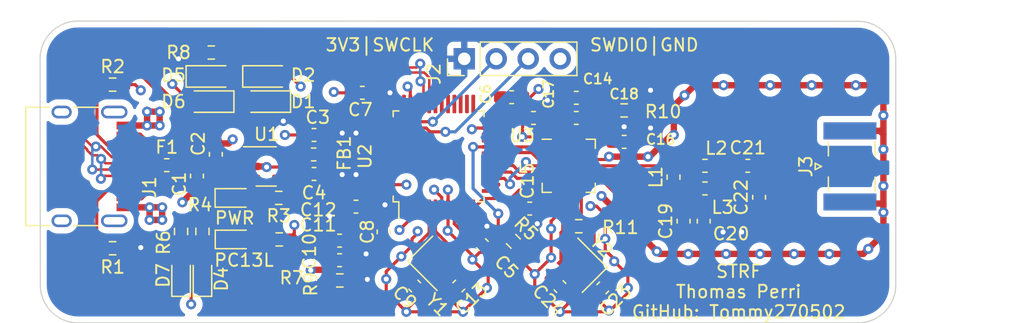
<source format=kicad_pcb>
(kicad_pcb (version 20211014) (generator pcbnew)
  (layers (0 "F.Cu" signal) (1 "In1.Cu" signal) (2 "In2.Cu" signal) (31 "B.Cu" signal) (34 "B.Paste" user) (35 "F.Paste" user) (36 "B.SilkS" user "B.Silkscreen") (37 "F.SilkS" user "F.Silkscreen") (38 "B.Mask" user) (39 "F.Mask" user) (44 "Edge.Cuts" user))
  (net 0 "")
  (net 1 "GND")
  (net 2 "3.3V")
  (net 3 "BOOT0")
  (net 4 "NRST")
  (net 5 "Net-(D3-Pad2)")
  (net 6 "PC13_LED")
  (net 7 "Net-(D4-Pad2)")
  (net 9 "Net-(FB1-Pad1)")
  (net 10 "PC14")
  (net 11 "PC15")
  (net 12 "PD0")
  (net 13 "PD1")
  (net 14 "PA0")
  (net 15 "PA1")
  (net 16 "PB10")
  (net 17 "PB11")
  (net 18 "PB12")
  (net 19 "PB13")
  (net 20 "PB14")
  (net 21 "PB15")
  (net 22 "PA8")
  (net 23 "PA9")
  (net 24 "PA10")
  (net 25 "PA13")
  (net 26 "PB3")
  (net 27 "PB4")
  (net 28 "PB5")
  (net 29 "PB6")
  (net 30 "PB7")
  (net 31 "PB8")
  (net 32 "PB9")
  (net 33 "5V")
  (net 34 "USB_D-")
  (net 35 "USB_D+")
  (net 36 "Net-(D7-Pad2)")
  (net 37 "Net-(D8-Pad2)")
  (net 38 "RF_MOSI")
  (net 39 "RF_MISO")
  (net 40 "XC1")
  (net 41 "XC2")
  (net 42 "VDD_PA")
  (net 43 "Net-(R5-Pad1)")
  (net 44 "RF_CE")
  (net 45 "RF_CSN")
  (net 46 "RF_SCK")
  (net 47 "RF_IRQ")
  (net 48 "ANT1")
  (net 49 "ANT2")
  (net 50 "Rx")
  (net 51 "Tx")
  (net 52 "Net-(C17-Pad2)")
  (net 53 "Net-(C21-Pad1)")
  (net 54 "Net-(C21-Pad2)")
  (net 55 "Net-(J1-PadB5)")
  (net 56 "Net-(J1-PadA5)")
  (net 57 "Net-(R10-Pad1)")
  (net 58 "SWCLK")
  (net 59 "SWDIO")
  (net 60 "V_USB")
  (net 64 "PA4")
  (net 65 "PA3")
  (footprint "Capacitor_SMD:C_0603_1608Metric_Pad1.08x0.95mm_HandSolder" (layer "F.Cu") (at 49.9625 29.5875 90)
    (fp_text reference "C2")
    (fp_text value "100n")
  )
  (footprint "LED_SMD:LED_0603_1608Metric_Pad1.05x0.95mm_HandSolder" (layer "F.Cu") (at 51.575 36.35)
    (fp_text reference "D8" hide)
    (fp_text value "R")
  )
  (footprint "Resistor_SMD:R_0603_1608Metric_Pad0.98x0.95mm_HandSolder" (layer "F.Cu") (at 48.9 35.7125 -90)
    (fp_text reference "R4")
    (fp_text value "300")
  )
  (footprint "Capacitor_SMD:C_0603_1608Metric_Pad1.08x0.95mm_HandSolder" (layer "F.Cu") (at 88.725 34.9 90)
    (fp_text reference "C20")
    (fp_text value "4.7pF")
  )
  (footprint "Resistor_SMD:R_0603_1608Metric_Pad0.98x0.95mm_HandSolder" (layer "F.Cu") (at 73.6 36.5 -45)
    (fp_text reference "R5")
    (fp_text value "10k")
  )
  (footprint "Capacitor_SMD:C_0603_1608Metric_Pad1.08x0.95mm_HandSolder" (layer "F.Cu") (at 61.096875 33.746875 180)
    (fp_text reference "C12")
    (fp_text value "10u")
  )
  (footprint "Package_QFP:LQFP-48_7x7mm_P0.5mm" (layer "F.Cu") (at 67.6625 29.75 90)
    (fp_text reference "U2")
    (fp_text value "STM32F103C6Tx")
  )
  (footprint "Inductor_SMD:L_0603_1608Metric_Pad1.05x0.95mm_HandSolder" (layer "F.Cu") (at 86.325 31.4 90)
    (fp_text reference "L1")
    (fp_text value "8.2nH")
  )
  (footprint "Inductor_SMD:L_0603_1608Metric_Pad1.05x0.95mm_HandSolder" (layer "F.Cu") (at 57.7375 29.6)
    (fp_text reference "FB1")
    (fp_text value "100R@100MHz")
  )
  (footprint "LED_SMD:LED_0603_1608Metric_Pad1.05x0.95mm_HandSolder" (layer "F.Cu") (at 51.5625 33.05)
    (fp_text reference "D3" hide)
    (fp_text value "PWR")
  )
  (footprint "Capacitor_SMD:C_0603_1608Metric_Pad1.08x0.95mm_HandSolder" (layer "F.Cu") (at 65.7625 40.05 -45)
    (fp_text reference "C9")
    (fp_text value "10p")
  )
  (footprint "Connector_PinHeader_2.54mm:PinHeader_1x04_P2.54mm_Vertical" (layer "F.Cu") (at 69.7 22 90)
    (fp_text reference "J2")
    (fp_text value "Conn_01x04")
  )
  (footprint "Connector_USB:USB_C_Receptacle_HRO_TYPE-C-31-M-12" (layer "F.Cu") (at 38.7625 30.55 -90)
    (fp_text reference "J1")
    (fp_text value "USB_C_Receptacle_USB2.0")
  )
  (footprint "Resistor_SMD:R_0603_1608Metric_Pad0.98x0.95mm_HandSolder" (layer "F.Cu") (at 47.2 35.7125 -90)
    (fp_text reference "R6")
    (fp_text value "300")
  )
  (footprint "Capacitor_SMD:C_0603_1608Metric_Pad1.08x0.95mm_HandSolder" (layer "F.Cu") (at 87.125 34.9 90)
    (fp_text reference "C19")
    (fp_text value "2.2nF")
  )
  (footprint "Capacitor_SMD:C_0603_1608Metric_Pad1.08x0.95mm_HandSolder" (layer "F.Cu") (at 59.796875 36.446875 180)
    (fp_text reference "C11")
    (fp_text value "100n")
  )
  (footprint "Inductor_SMD:L_0603_1608Metric_Pad1.05x0.95mm_HandSolder" (layer "F.Cu") (at 88.825 32.3 180)
    (fp_text reference "L3")
    (fp_text value "2.7nH")
  )
  (footprint "Capacitor_SMD:C_0603_1608Metric_Pad1.08x0.95mm_HandSolder" (layer "F.Cu") (at 73.4625 25.05)
    (fp_text reference "C6")
    (fp_text value "100n")
  )
  (footprint "Resistor_SMD:R_0603_1608Metric_Pad0.98x0.95mm_HandSolder" (layer "F.Cu") (at 41.7625 37.05)
    (fp_text reference "R1")
    (fp_text value "5.1k")
  )
  (footprint "Capacitor_SMD:C_0603_1608Metric_Pad1.08x0.95mm_HandSolder" (layer "F.Cu") (at 48.4625 31.3125 -90)
    (fp_text reference "C1")
    (fp_text value "10u")
  )
  (footprint "Diode_SMD:D_SOD-323_HandSoldering" (layer "F.Cu") (at 54 23.4)
    (fp_text reference "D2")
    (fp_text value "D_Zener_Small")
  )
  (footprint "Capacitor_SMD:C_0603_1608Metric_Pad1.08x0.95mm_HandSolder" (layer "F.Cu") (at 69.2625 40.05 -135)
    (fp_text reference "C13")
    (fp_text value "10p")
  )
  (footprint "Resistor_SMD:R_0603_1608Metric_Pad0.98x0.95mm_HandSolder" (layer "F.Cu") (at 54.9625 33.05 180)
    (fp_text reference "R3")
    (fp_text value "300")
  )
  (footprint "Resistor_SMD:R_0603_1608Metric_Pad0.98x0.95mm_HandSolder" (layer "F.Cu") (at 49.6 21.5)
    (fp_text reference "R8")
    (fp_text value "1k5")
  )
  (footprint "Package_DFN_QFN:QFN-20-1EP_4x4mm_P0.5mm_EP2.5x2.5mm" (layer "F.Cu") (at 78 30.5)
    (fp_text reference "U3")
    (fp_text value "NRF24L01")
  )
  (footprint "Resistor_SMD:R_0603_1608Metric_Pad0.98x0.95mm_HandSolder" (layer "F.Cu") (at 55 36.35 180)
    (fp_text reference "R7")
    (fp_text value "300")
  )
  (footprint "Crystal:Crystal_SMD_2520-4Pin_2.5x2.0mm" (layer "F.Cu") (at 67.3625 38.25 -45)
    (fp_text reference "Y1")
    (fp_text value "16MHz")
  )
  (footprint "Capacitor_SMD:C_0603_1608Metric_Pad1.08x0.95mm_HandSolder" (layer "F.Cu") (at 77.3 40.1 -45)
    (fp_text reference "C24")
    (fp_text value "10p")
  )
  (footprint "Capacitor_SMD:C_0603_1608Metric_Pad1.08x0.95mm_HandSolder" (layer "F.Cu") (at 78.6 26.7)
    (fp_text reference "C18")
    (fp_text value "10u")
  )
  (footprint "LED_SMD:LED_0603_1608Metric_Pad1.05x0.95mm_HandSolder" (layer "F.Cu") (at 48.9 39.2125 90)
    (fp_text reference "D4")
    (fp_text value "R")
  )
  (footprint "Fuse:Fuse_0603_1608Metric_Pad1.05x0.95mm_HandSolder" (layer "F.Cu") (at 46.0625 30.45)
    (fp_text reference "F1")
    (fp_text value "500mA")
  )
  (footprint "Diode_SMD:D_SOD-323_HandSoldering" (layer "F.Cu") (at 49.5 23.4)
    (fp_text reference "D5")
    (fp_text value "D_Zener_Small")
  )
  (footprint "Resistor_SMD:R_0603_1608Metric_Pad0.98x0.95mm_HandSolder" (layer "F.Cu") (at 82.4 26.1)
    (fp_text reference "R10")
    (fp_text value "22k")
  )
  (footprint "Capacitor_SMD:C_0603_1608Metric_Pad1.08x0.95mm_HandSolder" (layer "F.Cu") (at 71.132891 36.761265 -45)
    (fp_text reference "C5")
    (fp_text value "100n")
  )
  (footprint "Capacitor_SMD:C_0603_1608Metric_Pad1.08x0.95mm_HandSolder" (layer "F.Cu") (at 61.6 24.7 180)
    (fp_text reference "C7")
    (fp_text value "100n")
  )
  (footprint "Resistor_SMD:R_0603_1608Metric_Pad0.98x0.95mm_HandSolder" (layer "F.Cu") (at 41.7625 24.05)
    (fp_text reference "R2")
    (fp_text value "5.1k")
  )
  (footprint "Diode_SMD:D_SOD-323_HandSoldering" (layer "F.Cu") (at 54 25.4 180)
    (fp_text reference "D1")
    (fp_text value "D_Zener_Small")
  )
  (footprint "Capacitor_SMD:C_0603_1608Metric_Pad1.08x0.95mm_HandSolder" (layer "F.Cu") (at 63.296875 35.746875 -90)
    (fp_text reference "C8")
    (fp_text value "100n")
  )
  (footprint "Diode_SMD:D_SOD-323_HandSoldering" (layer "F.Cu") (at 49.5 25.4 180)
    (fp_text reference "D6")
    (fp_text value "D_Zener_Small")
  )
  (footprint "Connector_Coaxial:SMA_Samtec_SMA-J-P-X-ST-EM1_EdgeMount" (layer "F.Cu") (at 100.3375 30.55 90)
    (fp_text reference "J3")
    (fp_text value "Conn_Coaxial")
  )
  (footprint "Package_TO_SOT_SMD:SOT-23-5" (layer "F.Cu") (at 53.9625 30.55)
    (fp_text reference "U1")
    (fp_text value "SPX3819M5-L-3-3")
  )
  (footprint "Capacitor_SMD:C_0603_1608Metric_Pad1.08x0.95mm_HandSolder" (layer "F.Cu") (at 75.2 26.7)
    (fp_text reference "C17")
    (fp_text value "33nF")
  )
  (footprint "Capacitor_SMD:C_0603_1608Metric_Pad1.08x0.95mm_HandSolder" (layer "F.Cu") (at 57.7625 31.15 180)
    (fp_text reference "C4")
    (fp_text value "100n")
  )
  (footprint "Resistor_SMD:R_0603_1608Metric_Pad0.98x0.95mm_HandSolder" (layer "F.Cu") (at 78.8 35.3 180)
    (fp_text reference "R11")
    (fp_text value "1M")
  )
  (footprint "Capacitor_SMD:C_0603_1608Metric_Pad1.08x0.95mm_HandSolder" (layer "F.Cu") (at 78.6 25.1)
    (fp_text reference "C14")
    (fp_text value "100n")
  )
  (footprint "Capacitor_SMD:C_0603_1608Metric_Pad1.08x0.95mm_HandSolder" (layer "F.Cu") (at 74.9 33.9 180)
    (fp_text reference "C15")
    (fp_text value "100n")
  )
  (footprint "Capacitor_SMD:C_0603_1608Metric_Pad1.08x0.95mm_HandSolder" (layer "F.Cu") (at 93.125 33 90)
    (fp_text reference "C22")
    (fp_text value "1pF")
  )
  (footprint "Capacitor_SMD:C_0603_1608Metric_Pad1.08x0.95mm_HandSolder" (layer "F.Cu") (at 59.8 38)
    (fp_text reference "C10")
    (fp_text value "100n")
  )
  (footprint "Capacitor_SMD:C_0603_1608Metric_Pad1.08x0.95mm_HandSolder" (layer "F.Cu") (at 92.225 30.5)
    (fp_text reference "C21")
    (fp_text value "1.5pF")
  )
  (footprint "Capacitor_SMD:C_0603_1608Metric_Pad1.08x0.95mm_HandSolder" (layer "F.Cu") (at 57.7625 28.05 180)
    (fp_text reference "C3")
    (fp_text value "10u")
  )
  (footprint "Capacitor_SMD:C_0603_1608Metric_Pad1.08x0.95mm_HandSolder" (layer "F.Cu") (at 80.7 40.2 -135)
    (fp_text reference "C23")
    (fp_text value "10p")
  )
  (footprint "Resistor_SMD:R_0603_1608Metric_Pad0.98x0.95mm_HandSolder" (layer "F.Cu") (at 59.8125 39.61 180)
    (fp_text reference "R9")
    (fp_text value "10k")
  )
  (footprint "Crystal:Crystal_SMD_2520-4Pin_2.5x2.0mm" (layer "F.Cu") (at 78.9 38.4 135)
    (fp_text reference "Y2")
    (fp_text value "16MHz")
  )
  (footprint "Inductor_SMD:L_0603_1608Metric_Pad1.05x0.95mm_HandSolder" (layer "F.Cu") (at 88.825 30.5)
    (fp_text reference "L2")
    (fp_text value "3.9nH")
  )
  (footprint "LED_SMD:LED_0603_1608Metric_Pad1.05x0.95mm_HandSolder" (layer "F.Cu") (at 47.2 39.2125 90)
    (fp_text reference "D7")
    (fp_text value "R")
  )
  (footprint "Capacitor_SMD:C_0603_1608Metric_Pad1.08x0.95mm_HandSolder" (layer "F.Cu") (at 82.4 28.6)
    (fp_text reference "C16")
    (fp_text value "100n")
  )
  (gr_line (start 103.97868 39.97868) (end 103.97868 22.02132) (layer "Edge.Cuts") (width 0.1))
  (gr_line (start 100.97868 19.02132) (end 39 19) (layer "Edge.Cuts") (width 0.1))
  (gr_arc (start 103.97868 39.97868) (mid 103.1 42.1) (end 100.97868 42.97868) (layer "Edge.Cuts") (width 0.1))
  (gr_arc (start 100.97868 19.02132) (mid 103.1 19.9) (end 103.97868 22.02132) (layer "Edge.Cuts") (width 0.1))
  (gr_line (start 39.02132 42.97868) (end 100.97868 42.97868) (layer "Edge.Cuts") (width 0.1))
  (gr_arc (start 39.02132 42.97868) (mid 36.9 42.1) (end 36.02132 39.97868) (layer "Edge.Cuts") (width 0.1))
  (gr_line (start 36 22) (end 36.02132 39.97868) (layer "Edge.Cuts") (width 0.1))
  (gr_arc (start 36 22) (mid 36.87868 19.87868) (end 39 19) (layer "Edge.Cuts") (width 0.1))
  (gr_text "SWDIO|GND" (at 84 20.9) (layer "F.SilkS") (effects (font (size 1 1))))
  (gr_text "PC13L\n" (at 52.2 38) (layer "F.SilkS") (effects (font (size 1 1))))
  (gr_text "STRF\nThomas Perri\nGitHub: Tommy270502" (at 91.5 40.5) (layer "F.SilkS") (effects (font (size 1 1))))
  (gr_text "3V3|SWCLK" (at 63 20.9) (layer "F.SilkS") (effects (font (size 1 1))))
  (gr_text "PWR" (at 51.4625 34.65) (layer "F.SilkS") (effects (font (size 1 1))))
  (segment (start 49.9625 28.725) (end 50.975 28.725) (width 0.508) (layer "F.Cu") (net 1))
  (segment (start 68.380038 35.65544) (end 70.35 37.625402) (width 0.25) (layer "F.Cu") (net 1))
  (segment (start 103 28) (end 103 27.5) (width 0.508) (layer "F.Cu") (net 1))
  (segment (start 79.023744 39.596016) (end 77.90988 40.70988) (width 0.25) (layer "F.Cu") (net 1))
  (segment (start 71.742771 37.371145) (end 70.928855 37.371145) (width 0.25) (layer "F.Cu") (net 1))
  (segment (start 60.6625 38) (end 60.4875 38) (width 0.4064) (layer "F.Cu") (net 1))
  (segment (start 93.125 33.8625) (end 93.125 34.375) (width 0.4064) (layer "F.Cu") (net 1))
  (segment (start 84.3 29.7755) (end 84.4245 29.7755) (width 0.508) (layer "F.Cu") (net 1))
  (segment (start 80.9 34.4) (end 80.2 33.7) (width 0.25) (layer "F.Cu") (net 1))
  (segment (start 50.6875 33.05) (end 50.6875 36.3375) (width 0.508) (layer "F.Cu") (net 1))
  (segment (start 44.7 34.8) (end 45.7 34.8) (width 0.508) (layer "F.Cu") (net 1))
  (segment (start 101.9 24.1) (end 100.8 24.1) (width 0.508) (layer "F.Cu") (net 1))
  (segment (start 82.7 39.1755) (end 82.7 40.6) (width 0.25) (layer "F.Cu") (net 1))
  (segment (start 78.89012 41.99012) (end 78.9 42) (width 0.25) (layer "F.Cu") (net 1))
  (segment (start 101.8 37.1) (end 103 35.9) (width 0.508) (layer "F.Cu") (net 1))
  (segment (start 77.3 42.1) (end 75.3 40.1) (width 0.25) (layer "F.Cu") (net 1))
  (segment (start 44.5 27.3) (end 44.5 26.2) (width 0.508) (layer "F.Cu") (net 1))
  (segment (start 77.90988 41.49012) (end 77.3 42.1) (width 0.25) (layer "F.Cu") (net 1))
  (segment (start 85 37.3) (end 80.6 32.9) (width 0.508) (layer "F.Cu") (net 1))
  (segment (start 63.5 39.5) (end 63.5 40.5) (width 0.25) (layer "F.Cu") (net 1))
  (segment (start 56.9 28.05) (end 55.45006 28.05) (width 0.25) (layer "F.Cu") (net 1))
  (segment (start 48.0875 40.0875) (end 47.2 40.0875) (width 0.25) (layer "F.Cu") (net 1))
  (segment (start 67.55988 40.65988) (end 68.65262 40.65988) (width 0.25) (layer "F.Cu") (net 1))
  (segment (start 84.3 29.7755) (end 81.2 29.7755) (width 0.508) (layer "F.Cu") (net 1))
  (segment (start 68.65262 40.65988) (end 68.65262 40.530069) (width 0.25) (layer "F.Cu") (net 1))
  (segment (start 103 35.9) (end 103 33.5) (width 0.508) (layer "F.Cu") (net 1))
  (segment (start 78.8 42.1) (end 77.3 42.1) (width 0.25) (layer "F.Cu") (net 1))
  (segment (start 87.125 35.7625) (end 88.725 35.7625) (width 0.4064) (layer "F.Cu") (net 1))
  (segment (start 65.1 42.1) (end 65.1 41.93226) (width 0.25) (layer "F.Cu") (net 1))
  (segment (start 80.9 37.2) (end 80.9 34.4) (width 0.25) (layer "F.Cu") (net 1))
  (segment (start 80.09012 40.89012) (end 81.2 42) (width 0.25) (layer "F.Cu") (net 1))
  (segment (start 65.55048 36.84952) (end 65.55048 36.29952) (width 0.25) (layer "F.Cu") (net 1))
  (segment (start 42.8075 33.8) (end 44.7 33.8) (width 0.508) (layer "F.Cu") (net 1))
  (segment (start 68.4125 35.622978) (end 68.4125 33.9125) (width 0.25) (layer "F.Cu") (net 1))
  (segment (start 74.325 25.05) (end 74.325 26.6875) (width 0.25) (layer "F.Cu") (net 1))
  (segment (start 63.5 32) (end 65.1 32) (width 0.25) (layer "F.Cu") (net 1))
  (segment (start 88 24.1) (end 90.3 24.1) (width 0.508) (layer "F.Cu") (net 1))
  (segment (start 78.5 28.5625) (end 78.5 27.6625) (width 0.25) (layer "F.Cu") (net 1))
  (segment (start 48 41.5) (end 48 40.175) (width 0.25) (layer "F.Cu") (net 1))
  (segment (start 74.245235 37.145235) (end 74.245235 38.045235) (width 0.25) (layer "F.Cu") (net 1))
  (segment (start 45.7 33.8) (end 45.7 34.8) (width 0.508) (layer "F.Cu") (net 1))
  (segment (start 77.90988 40.70988) (end 78.89012 40.70988) (width 0.25) (layer "F.Cu") (net 1))
  (segment (start 74.0375 33.9) (end 74.245235 34.107735) (width 0.25) (layer "F.Cu") (net 1))
  (segment (start 65.55048 36.29952) (end 66 35.85) (width 0.25) (layer "F.Cu") (net 1))
  (segment (start 81.2 42.1) (end 78.8 42.1) (width 0.25) (layer "F.Cu") (net 1))
  (segment (start 74.95 25.05) (end 74.325 25.05) (width 0.25) (layer "F.Cu") (net 1))
  (segment (start 56.9 31.15) (end 56.35 30.6) (width 0.25) (layer "F.Cu") (net 1))
  (segment (start 80.9755 30) (end 81.2 29.7755) (width 0.25) (layer "F.Cu") (net 1))
  (segment (start 103 33.5) (end 100.4625 33.5) (width 0.508) (layer "F.Cu") (net 1))
  (segment (start 60.4875 38) (end 58.934375 36.446875) (width 0.4064) (layer "F.Cu") (net 1))
  (segment (start 63.5 38.9) (end 65.55048 36.84952) (width 0.25) (layer "F.Cu") (net 1))
  (segment (start 95.9 37.5) (end 87.5 37.5) (width 0.508) (layer "F.Cu") (net 1))
  (segment (start 63.296875 36.609375) (end 63.296875 37.703125) (width 0.4064) (layer "F.Cu") (net 1))
  (segment (start 81.61225 38.08775) (end 82.7 39.1755) (width 0.25) (layer "F.Cu") (net 1))
  (segment (start 80.09012 40.80988) (end 80.09012 40.89012) (width 0.25) (layer "F.Cu") (net 1))
  (segment (start 74.3375 28.1625) (end 74.3 28.2) (width 0.25) (layer "F.Cu") (net 1))
  (segment (start 66.37238 40.477557) (end 67.486244 39.363693) (width 0.25) (layer "F.Cu") (net 1))
  (segment (start 48.4625 32.175) (end 49.8125 32.175) (width 0.508) (layer "F.Cu") (net 1))
  (segment (start 103 27.5) (end 103 25.2) (width 0.508) (layer "F.Cu") (net 1))
  (segment (start 62.5 38.5) (end 61.1625 38.5) (width 0.4064) (layer "F.Cu") (net 1))
  (segment (start 47.9 25.4) (end 46.5 24) (width 0.25) (layer "F.Cu") (net 1))
  (segment (start 100.8 24.1) (end 97.3 24.1) (width 0.508) (layer "F.Cu") (net 1))
  (segment (start 79.023744 39.513693) (end 79.023744 39.596016) (width 0.25) (layer "F.Cu") (net 1))
  (segment (start 84.4245 29.7755) (end 86.15 28.05) (width 0.508) (layer "F.Cu") (net 1))
  (segment (start 45.5 26.2) (end 45.5 27.3) (width 0.508) (layer "F.Cu") (net 1))
  (segment (start 59 34.98125) (end 59 34.5) (width 0.4064) (layer "F.Cu") (net 1))
  (segment (start 76.6 35.5) (end 76.6 34.9) (width 0.25) (layer "F.Cu") (net 1))
  (segment (start 86.35 28.05) (end 86.35 25.75) (width 0.508) (layer "F.Cu") (net 1))
  (segment (start 58.934375 35.046875) (end 59 34.98125) (width 0.4064) (layer "F.Cu") (net 1))
  (segment (start 48.4625 32.175) (end 48.4625 32.2375) (width 0.508) (layer "F.Cu") (net 1))
  (segment (start 70.35 37.625402) (end 70.35 37.95) (width 0.25) (layer "F.Cu") (net 1))
  (segment (start 76.6 34.9) (end 76.6 37.8) (width 0.25) (layer "F.Cu") (net 1))
  (segment (start 74.3375 26.7) (end 74.3375 28.1625) (width 0.25) (layer "F.Cu") (net 1))
  (segment (start 66 35.85) (end 66 35.7) (width 0.25) (layer "F.Cu") (net 1))
  (segment (start 78.870967 37.381018) (end 78.870967 39.360916) (width 0.25) (layer "F.Cu") (net 1))
  (segment (start 67.55988 40.65988) (end 67.55988 42.05988) (width 0.25) (layer "F.Cu") (net 1))
  (segment (start 100.4625 33.5) (end 100.3375 33.375) (width 0.508) (layer "F.Cu") (net 1))
  (segment (start 65.4125 24.4125) (end 65.2 24.2) (width 0.25) (layer "F.Cu") (net 1))
  (segment (start 50.975 28.725) (end 51.3 28.4) (width 0.508) (layer "F.Cu") (net 1))
  (segment (start 85.2 37.5) (end 87.5 37.5) (width 0.508) (layer "F.Cu") (net 1))
  (segment (start 83.4 28.6) (end 84.5 27.5) (width 0.4064) (layer "F.Cu") (net 1))
  (segment (start 78.89012 40.70988) (end 78.89012 41.99012) (width 0.25) (layer "F.Cu") (net 1))
  (segment (start 58.934375 36.446875) (end 58.934375 35.046875) (width 0.4064) (layer "F.Cu") (net 1))
  (segment (start 71.825 27.5) (end 70.4 27.5) (width 0.25) (layer "F.Cu") (net 1))
  (segment (start 74.245235 38.045235) (end 75.3 39.1) (width 0.25) (layer "F.Cu") (net 1))
  (segment (start 52.825 30.55) (end 53.95 30.55) (width 0.508) (layer "F.Cu") (net 1))
  (segment (start 86.15 28.05) (end 86.35 28.05) (width 0.508) (layer "F.Cu") (net 1))
  (segment (start 91.7375 35.7625) (end 88.725 35.7625) (width 0.4064) (layer "F.Cu") (net 1))
  (segment (start 78.89012 40.70988) (end 79.99012 40.70988) (width 0.25) (layer "F.Cu") (net 1))
  (segment (start 79.99012 40.70988) (end 80.09012 40.80988) (width 0.25) (layer "F.Cu") (net 1))
  (segment (start 82.7 40.6) (end 81.2 42.1) (width 0.25) (layer "F.Cu") (net 1))
  (segment (start 44.5 26.2) (end 45.5 26.2) (width 0.508) (layer "F.Cu") (net 1))
  (segment (start 42.675 37.05) (end 43.95 37.05) (width 0.4064) (layer "F.Cu") (net 1))
  (segment (start 65.4125 25.5875) (end 65.4125 24.4125) (width 0.25) (layer "F.Cu") (net 1))
  (segment (start 67.333467 37.231018) (end 67.333467 39.210916) (width 0.25) (layer "F.Cu") (net 1))
  (segment (start 81.61225 37.91225) (end 80.9 37.2) (width 0.25) (layer "F.Cu") (net 1))
  (segment (start 44.7 33.8) (end 44.7 34.8) (width 0.508) (layer "F.Cu") (net 1))
  (segment (start 44.7 33.8) (end 45.7 33.8) (width 0.508) (layer "F.Cu") (net 1))
  (segment (start 103 25.2) (end 101.9 24.1) (width 0.508) (layer "F.Cu") (net 1))
  (segment (start 63.5 40.5) (end 65.1 42.1) (width 0.25) (layer "F.Cu") (net 1))
  (segment (start 83.2625 28.6) (end 83.4 28.6) (width 0.4064) (layer "F.Cu") (net 1))
  (segment (start 68.65262 41.15262) (end 69.6 42.1) (width 0.25) (layer "F.Cu") (net 1))
  (segment (start 42.8075 27.3) (end 44.5 27.3) (width 0.508) (layer "F.Cu") (net 1))
  (segment (start 43.95 37.05) (end 44 37) (width 0.4064) (layer "F.Cu") (net 1))
  (segment (start 70.928855 37.371145) (end 70.35 37.95) (width 0.25) (layer "F.Cu") (net 1))
  (segment (start 78.5 27.6625) (end 79.4625 26.7) (width 0.25) (layer "F.Cu") (net 1))
  (segment (start 101.8 37.1) (end 101.4 37.5) (width 0.508) (layer "F.Cu") (net 1))
  (segment (start 78 32.4375) (end 78 33.5) (width 0.25) (layer "F.Cu") (net 1))
  (segment (start 60.7375 24.7) (end 59.402095 24.7) (width 0.25) (layer "F.Cu") (net 1))
  (segment (start 76.2 28.5625) (end 75.66875 28.03125) (width 0.25) (layer "F.Cu") (net 1))
  (segment (start 50.6875 36.3375) (end 50.7 36.35) (width 0.508) (layer "F.Cu") (net 1))
  (segment (start 71.6 40.1) (end 69.6 42.1) (width 0.25) (layer "F.Cu") (net 1))
  (segment (start 65.1 41.93226) (end 66.37238 40.65988) (width 0.25) (layer "F.Cu") (net 1))
  (segment (start 74.245235 34.107735) (end 74.245235 37.145235) (width 0.25) (layer "F.Cu") (net 1))
  (segment (start 78.776256 37.286307) (end 78.870967 37.381018) (width 0.25) (layer "F.Cu") (net 1))
  (segment (start 71.6 39.2) (end 71.6 40.1) (width 0.25) (layer "F.Cu") (net 1))
  (segment (start 68.65262 40.65988) (end 68.65262 41.15262) (width 0.25) (layer "F.Cu") (net 1))
  (segment (start 93.125 34.375) (end 91.7375 35.7625) (width 0.4064) (layer "F.Cu") (net 1))
  (segment (start 66.37238 40.65988) (end 66.37238 40.477557) (width 0.25) (layer "F.Cu") (net 1))
  (segment (start 67.6 42.1) (end 65.1 42.1) (width 0.25) (layer "F.Cu") (net 1))
  (segment (start 83.3125 25.6875) (end 84.5 24.5) (width 0.4064) (layer "F.Cu") (net 1))
  (segment (start 53.95 30.55) (end 54 30.6) (width 0.508) (layer "F.Cu") (net 1))
  (segment (start 48.4625 32.2375) (end 47.3 33.4) (width 0.508) (layer "F.Cu") (net 1))
  (segment (start 75.5 28.2) (end 75.66875 28.03125) (width 0.25) (layer "F.Cu") (net 1))
  (segment (start 63.5 39.5) (end 63.5 38.9) (width 0.25) (layer "F.Cu") (net 1))
  (segment (start 79.9375 30) (end 80.9755 30) (width 0.25) (layer "F.Cu") (net 1))
  (segment (start 86.35 25.75) (end 88 24.1) (width 0.508) (layer "F.Cu") (net 1))
  (segment (start 68.380038 35.65544) (end 68.4125 35.622978) (width 0.25) (layer "F.Cu") (net 1))
  (segment (start 74.3 28.2) (end 75.5 28.2) (width 0.25) (layer "F.Cu") (net 1))
  (segment (start 79.023744 39.743504) (end 80.09012 40.80988) (width 0.25) (layer "F.Cu") (net 1))
  (segment (start 79.023744 39.513693) (end 79.023744 39.743504) (width 0.25) (layer "F.Cu") (net 1))
  (segment (start 44.5 27.3) (end 45.5 27.3) (width 0.508) (layer "F.Cu") (net 1))
  (segment (start 80.2 33.7) (end 79.7245 33.7) (width 0.25) (layer "F.Cu") (net 1))
  (segment (start 77 28.5625) (end 76.2 28.5625) (width 0.25) (layer "F.Cu") (net 1))
  (segment (start 48.9 40.0875) (end 48.0875 40.0875) (width 0.25) (layer "F.Cu") (net 1))
  (segment (start 79.4625 25.1) (end 79.4625 26.7) (width 0.25) (layer "F.Cu") (net 1))
  (segment (start 70.35 37.95) (end 71.6 39.2) (width 0.25) (layer "F.Cu") (net 1))
  (segment (start 75.66875 28.03125) (end 74.3375 26.7) (width 0.25) (layer "F.Cu") (net 1))
  (segment (start 68.4125 33.9125) (end 68.4125 32.4125) (width 0.25) (layer "F.Cu") (net 1))
  (segment (start 81.61225 38.08775) (end 81.61225 37.91225) (width 0.25) (layer "F.Cu") (net 1))
  (segment (start 58.934375 35.046875) (end 60.234375 33.746875) (width 0.4064) (layer "F.Cu") (net 1))
  (segment (start 101.4 37.5) (end 95.9 37.5) (width 0.508) (layer "F.Cu") (net 1))
  (segment (start 68.4125 32.4125) (end 68.4 32.4) (width 0.25) (layer "F.Cu") (net 1))
  (segment (start 59.402095 24.7) (end 59.336885 24.63479) (width 0.25) (layer "F.Cu") (net 1))
  (segment (start 49.8125 32.175) (end 50.6875 33.05) (width 0.508) (layer "F.Cu") (net 1))
  (segment (start 78.9 42) (end 78.8 42.1) (width 0.25) (layer "F.Cu") (net 1))
  (segment (start 75.3 40.1) (end 75.3 39.1) (width 0.25) (layer "F.Cu") (net 1))
  (segment (start 56.35 30.6) (end 54 30.6) (width 0.25) (layer "F.Cu") (net 1))
  (segment (start 78 33.5) (end 76.6 34.9) (width 0.25) (layer "F.Cu") (net 1))
  (segment (start 68.65262 40.530069) (end 67.486244 39.363693) (width 0.25) (layer "F.Cu") (net 1))
  (segment (start 67.55988 42.05988) (end 67.6 42.1) (width 0.25) (layer "F.Cu") (net 1))
  (segment (start 61.1625 38.5) (end 60.6625 38) (width 0.4064) (layer "F.Cu") (net 1))
  (segment (start 48.25 25.4) (end 47.9 25.4) (width 0.25) (layer "F.Cu") (net 1))
  (segment (start 69.6 42.1) (end 67.6 42.1) (width 0.25) (layer "F.Cu") (net 1))
  (segment (start 83.3125 26.1) (end 83.3125 25.6875) (width 0.4064) (layer "F.Cu") (net 1))
  (segment (start 55.9 23.4) (end 55.25 23.4) (width 0.25) (layer "F.Cu") (net 1))
  (segment (start 78.870967 39.360916) (end 79.023744 39.513693) (width 0.25) (layer "F.Cu") (net 1))
  (segment (start 48 40.175) (end 48.0875 40.0875) (width 0.25) (layer "F.Cu") (net 1))
  (segment (start 102.725 27.725) (end 100.3375 27.725) (width 0.508) (layer "F.Cu") (net 1))
  (segment (start 67.238756 37.136307) (end 67.333467 37.231018) (width 0.25) (layer "F.Cu") (net 1))
  (segment (start 67.333467 39.210916) (end 67.486244 39.363693) (width 0.25) (layer "F.Cu") (net 1))
  (segment (start 66.37238 40.65988) (end 67.55988 40.65988) (width 0.25) (layer "F.Cu") (net 1))
  (segment (start 74.325 26.6875) (end 74.3375 26.7) (width 0.25) (layer "F.Cu") (net 1))
  (segment (start 56.7 24.2) (end 55.9 23.4) (width 0.25) (layer "F.Cu") (net 1))
  (segment (start 94 24.1) (end 97.3 24.1) (width 0.508) (layer "F.Cu") (net 1))
  (segment (start 42.675 24.05) (end 43.55 24.05) (width 0.25) (layer "F.Cu") (net 1))
  (segment (start 77.90988 40.70988) (end 77.90988 41.49012) (width 0.25) (layer "F.Cu") (net 1))
  (segment (start 75.6 24.4) (end 74.95 25.05) (width 0.25) (layer "F.Cu") (net 1))
  (segment (start 90.3 24.1) (end 94 24.1) (width 0.508) (layer "F.Cu") (net 1))
  (segment (start 103 28) (end 102.725 27.725) (width 0.508) (layer "F.Cu") (net 1))
  (segment (start 70.4 27.5) (end 70.3 27.6) (width 0.25) (layer "F.Cu") (net 1))
  (segment (start 75.3 39.1) (end 76.6 37.8) (width 0.25) (layer "F.Cu") (net 1))
  (segment (start 43.55 24.05) (end 44 24.5) (width 0.25) (layer "F.Cu") (net 1))
  (segment (start 63.296875 37.703125) (end 62.5 38.5) (width 0.4064) (layer "F.Cu") (net 1))
  (segment (start 103 33.5) (end 103 28) (width 0.508) (layer "F.Cu") (net 1))
  (via (at 80.6 32.9) (size 0.8) (drill 0.4) (layers "F.Cu" "B.Cu") (net 1))
  (via (at 103 29.2) (size 0.8) (drill 0.4) (layers "F.Cu" "B.Cu") (net 1))
  (via (at 44 37) (size 0.8) (drill 0.4) (layers "F.Cu" "B.Cu") (net 1))
  (via (at 45.7 33.8) (size 0.8) (drill 0.4) (layers "F.Cu" "B.Cu") (net 1))
  (via (at 59.336885 24.63479) (size 0.8) (drill 0.4) (layers "F.Cu" "B.Cu") (net 1))
  (via (at 91.7375 35.7625) (size 0.8) (drill 0.4) (layers "F.Cu" "B.Cu") (net 1))
  (via (at 69.6 42.1) (size 0.8) (drill 0.4) (layers "F.Cu" "B.Cu") (net 1))
  (via (at 81.2 42) (size 0.8) (drill 0.4) (layers "F.Cu" "B.Cu") (net 1))
  (via (at 80.9 36.3) (size 0.8) (drill 0.4) (layers "F.Cu" "B.Cu") (net 1))
  (via (at 79.7245 33.7) (size 0.8) (drill 0.4) (layers "F.Cu" "B.Cu") (net 1))
  (via (at 66 35.7) (size 0.8) (drill 0.4) (layers "F.Cu" "B.Cu") (net 1))
  (via (at 103 32.1) (size 0.8) (drill 0.4) (layers "F.Cu" "B.Cu") (net 1))
  (via (at 68.380038 35.65544) (size 0.8) (drill 0.4) (layers "F.Cu" "B.Cu") (net 1))
  (via (at 85 37.3) (size 0.8) (drill 0.4) (layers "F.Cu" "B.Cu") (net 1))
  (via (at 101.8 37.1) (size 0.8) (drill 0.4) (layers "F.Cu" "B.Cu") (net 1))
  (via (at 64.7 37.7) (size 0.8) (drill 0.4) (layers "F.Cu" "B.Cu") (net 1))
  (via (at 82.7 40.2) (size 0.8) (drill 0.4) (layers "F.Cu" "B.Cu") (net 1))
  (via (at 81.2 29.7755) (size 0.8) (drill 0.4) (layers "F.Cu" "B.Cu") (net 1))
  (via (at 44.5 27.3) (size 0.8) (drill 0.4) (layers "F.Cu" "B.Cu") (net 1))
  (via (at 70.35 37.95) (size 0.8) (drill 0.4) (layers "F.Cu" "B.Cu") (net 1))
  (via (at 77.3 42.1) (size 0.8) (drill 0.4) (layers "F.Cu" "B.Cu") (net 1))
  (via (at 81.61225 38.08775) (size 0.8) (drill 0.4) (layers "F.Cu" "B.Cu") (net 1))
  (via (at 95.9 37.5) (size 0.8) (drill 0.4) (layers "F.Cu" "B.Cu") (net 1))
  (via (at 84.3 29.7755) (size 0.8) (drill 0.4) (layers "F.Cu" "B.Cu") (net 1))
  (via (at 51.3 28.4) (size 0.8) (drill 0.4) (layers "F.Cu" "B.Cu") (net 1))
  (via (at 74.3 28.2) (size 0.8) (drill 0.4) (layers "F.Cu" "B.Cu") (net 1))
  (via (at 63.5 39.5) (size 0.8) (drill 0.4) (layers "F.Cu" "B.Cu") (net 1))
  (via (at 44 24.5) (size 0.8) (drill 0.4) (layers "F.Cu" "B.Cu") (net 1))
  (via (at 65.1 32) (size 0.8) (drill 0.4) (layers "F.Cu" "B.Cu") (net 1))
  (via (at 45.7 34.8) (size 0.8) (drill 0.4) (layers "F.Cu" "B.Cu") (net 1))
  (via (at 87.2 24.9) (size 0.8) (drill 0.4) (layers "F.Cu" "B.Cu") (net 1))
  (via (at 75.3 39.1) (size 0.8) (drill 0.4) (layers "F.Cu" "B.Cu") (net 1))
  (via (at 94 24.1) (size 0.8) (drill 0.4) (layers "F.Cu" "B.Cu") (net 1))
  (via (at 76.6 35.5) (size 0.8) (drill 0.4) (layers "F.Cu" "B.Cu") (net 1))
  (via (at 84.5 24.5) (size 0.8) (drill 0.4) (layers "F.Cu" "B.Cu") (net 1))
  (via (at 90.5 37.5) (size 0.8) (drill 0.4) (layers "F.Cu" "B.Cu") (net 1))
  (via (at 46.5 24) (size 0.8) (drill 0.4) (layers "F.Cu" "B.Cu") (net 1))
  (via (at 56.7 24.2) (size 0.8) (drill 0.4) (layers "F.Cu" "B.Cu") (net 1))
  (via (at 93.2 37.5) (size 0.8) (drill 0.4) (layers "F.Cu" "B.Cu") (net 1))
  (via (at 65.2 24.2) (size 0.8) (drill 0.4) (layers "F.Cu" "B.Cu") (net 1))
  (via (at 70.3 27.6) (size 0.8) (drill 0.4) (layers "F.Cu" "B.Cu") (net 1))
  (via (at 68.4 32.4) (size 0.8) (drill 0.4) (layers "F.Cu" "B.Cu") (net 1))
  (via (at 65.1 42.1) (size 0.8) (drill 0.4) (layers "F.Cu" "B.Cu") (net 1))
  (via (at 98.7 37.5) (size 0.8) (drill 0.4) (layers "F.Cu" "B.Cu") (net 1))
  (via (at 86.35 28.05) (size 0.8) (drill 0.4) (layers "F.Cu" "B.Cu") (net 1))
  (via (at 76.6 37.8) (size 0.8) (drill 0.4) (layers "F.Cu" "B.Cu") (net 1))
  (via (at 55.45006 28.05) (size 0.8) (drill 0.4) (layers "F.Cu" "B.Cu") (net 1))
  (via (at 44.7 33.8) (size 0.8) (drill 0.4) (layers "F.Cu" "B.Cu") (net 1))
  (via (at 71.5 40.2) (size 0.8) (drill 0.4) (layers "F.Cu" "B.Cu") (net 1))
  (via (at 90.3 24.1) (size 0.8) (drill 0.4) (layers "F.Cu" "B.Cu") (net 1))
  (via (at 44.5 26.2) (size 0.8) (drill 0.4) (layers "F.Cu" "B.Cu") (net 1))
  (via (at 59 34.5) (size 0.8) (drill 0.4) (layers "F.Cu" "B.Cu") (net 1))
  (via (at 75.6 24.4) (size 0.8) (drill 0.4) (layers "F.Cu" "B.Cu") (net 1))
  (via (at 100.8 24.1) (size 0.8) (drill 0.4) (layers "F.Cu" "B.Cu") (net 1))
  (via (at 87.5 37.5) (size 0.8) (drill 0.4) (layers "F.Cu" "B.Cu") (net 1))
  (via (at 48 41.5) (size 0.8) (drill 0.4) (layers "F.Cu" "B.Cu") (net 1))
  (via (at 103 26.5) (size 0.8) (drill 0.4) (layers "F.Cu" "B.Cu") (net 1))
  (via (at 103 34.2) (size 0.8) (drill 0.4) (layers "F.Cu" "B.Cu") (net 1))
  (via (at 45.5 27.3) (size 0.8) (drill 0.4) (layers "F.Cu" "B.Cu") (net 1))
  (via (at 44.7 34.8) (size 0.8) (drill 0.4) (layers "F.Cu" "B.Cu") (net 1))
  (via (at 47.3 33.4) (size 0.8) (drill 0.4) (layers "F.Cu" "B.Cu") (net 1))
  (via (at 97.3 24.1) (size 0.8) (drill 0.4) (layers "F.Cu" "B.Cu") (net 1))
  (via (at 84.5 27.5) (size 0.8) (drill 0.4) (layers "F.Cu" "B.Cu") (net 1))
  (via (at 54 30.6) (size 0.8) (drill 0.4) (layers "F.Cu" "B.Cu") (net 1))
  (via (at 90.2625 35.7625) (size 0.8) (drill 0.4) (layers "F.Cu" "B.Cu") (net 1))
  (via (at 45.5 26.2) (size 0.8) (drill 0.4) (layers "F.Cu" "B.Cu") (net 1))
  (segment (start 58.6125 29.6) (end 58.6125 31.1375) (width 0.508) (layer "F.Cu") (net 2))
  (segment (start 61.959375 32.759375) (end 61.959375 33.746875) (width 0.508) (layer "F.Cu") (net 2))
  (segment (start 77.7375 25.1) (end 77.7375 26.7) (width 0.25) (layer "F.Cu") (net 2))
  (segment (start 62.4625 24.7) (end 63.8 24.7) (width 0.25) (layer "F.Cu") (net 2))
  (segment (start 77.7375 25.1) (end 76.309347 25.1) (width 0.25) (layer "F.Cu") (net 2))
  (segment (start 75.7625 34.8375) (end 75.7625 33.9) (width 0.25) (layer "F.Cu") (net 2))
  (segment (start 64.025 24.7) (end 64.9125 25.5875) (width 0.25) (layer "F.Cu") (net 2))
  (segment (start 81.5375 28.2625) (end 81.5375 28.6) (width 0.25) (layer "F.Cu") (net 2))
  (segment (start 62.70625 34.29375) (end 63.4 33.6) (width 0.508) (layer "F.Cu") (net 2))
  (segment (start 55.25 25.4) (end 55.25 26.876964) (width 0.25) (layer "F.Cu") (net 2))
  (segment (start 55.25 26.876964) (end 55.320306 26.94727) (width 0.25) (layer "F.Cu") (net 2))
  (segment (start 80.8375 28.6) (end 79.9375 29.5) (width 0.25) (layer "F.Cu") (net 2))
  (segment (start 77.5 32.4375) (end 77.5 33.1) (width 0.25) (layer "F.Cu") (net 2))
  (segment (start 78 26.9625) (end 78 28.5625) (width 0.25) (layer "F.Cu") (net 2))
  (segment (start 69.951385 36.151385) (end 70.523011 36.151385) (width 0.25) (layer "F.Cu") (net 2))
  (segment (start 58.625 28.05) (end 59.85 28.05) (width 0.508) (layer "F.Cu") (net 2))
  (segment (start 77.5 33.1) (end 76.7 33.9) (width 0.25) (layer "F.Cu") (net 2))
  (segment (start 61.959375 33.746875) (end 62.159375 33.746875) (width 0.508) (layer "F.Cu") (net 2))
  (segment (start 61.9 37) (end 61.9 37.5) (width 0.508) (layer "F.Cu") (net 2))
  (segment (start 63.5 33.7) (end 63.4 33.6) (width 0.25) (layer "F.Cu") (net 2))
  (segment (start 76.309347 25.1) (end 76.250468 25.158879) (width 0.25) (layer "F.Cu") (net 2))
  (segment (start 63.5 32.5) (end 63.5 33.5) (width 0.25) (layer "F.Cu") (net 2))
  (segment (start 68.9125 35.1125) (end 69.951385 36.151385) (width 0.25) (layer "F.Cu") (net 2))
  (segment (start 63.5 33.5) (end 63.4 33.6) (width 0.25) (layer "F.Cu") (net 2))
  (segment (start 58.6125 29.6) (end 58.6125 28.0625) (width 0.508) (layer "F.Cu") (net 2))
  (segment (start 58.625 31.15) (end 59.95 31.15) (width 0.508) (layer "F.Cu") (net 2))
  (segment (start 64.9125 33.9125) (end 64.7 33.7) (width 0.25) (layer "F.Cu") (net 2))
  (segment (start 60.725 39.61) (end 61.9145 39.61) (width 0.4064) (layer "F.Cu") (net 2))
  (segment (start 64.7 33.7) (end 63.5 33.7) (width 0.25) (layer "F.Cu") (net 2))
  (segment (start 62.70625 34.29375) (end 60.659375 36.340625) (width 0.508) (layer "F.Cu") (net 2))
  (segment (start 75.5 35.1) (end 75.7625 34.8375) (width 0.25) (layer "F.Cu") (net 2))
  (segment (start 81.5375 28.6) (end 80.8375 28.6) (width 0.25) (layer "F.Cu") (net 2))
  (segment (start 47 22) (end 47 22.15) (width 0.25) (layer "F.Cu") (net 2))
  (segment (start 63.8 24.7) (end 64.025 24.7) (width 0.25) (layer "F.Cu") (net 2))
  (segment (start 60 27.9) (end 61.1 27.9) (width 0.508) (layer "F.Cu") (net 2))
  (segment (start 57.85 33.05) (end 58.625 32.275) (width 0.508) (layer "F.Cu") (net 2))
  (segment (start 68.9125 33.9125) (end 68.9125 35.1125) (width 0.25) (layer "F.Cu") (net 2))
  (segment (start 72.6 25.05) (end 72.6 26.225) (width 0.25) (layer "F.Cu") (net 2))
  (segment (start 76.7 33.9) (end 75.7625 33.9) (width 0.25) (layer "F.Cu") (net 2))
  (segment (start 61.1 31.2) (end 61.1 31.9) (width 0.508) (layer "F.Cu") (net 2))
  (segment (start 62.70625 34.29375) (end 63.296875 34.884375) (width 0.508) (layer "F.Cu") (net 2))
  (segment (start 72.6 26.225) (end 71.825 27) (width 0.25) (layer "F.Cu") (net 2))
  (segment (start 60.659375 36.340625) (end 60.659375 36.446875) (width 0.508) (layer "F.Cu") (net 2))
  (segment (start 60.659375 36.446875) (end 61.346875 36.446875) (width 0.508) (layer "F.Cu") (net 2))
  (segment (start 58.6125 28.0625) (end 58.625 28.05) (width 0.508) (layer "F.Cu") (net 2))
  (segment (start 61.1 31.9) (end 61.959375 32.759375) (width 0.508) (layer "F.Cu") (net 2))
  (segment (start 47 22.15) (end 48.25 23.4) (width 0.25) (layer "F.Cu") (net 2))
  (segment (start 47.5 21.5) (end 47 22) (width 0.25) (layer "F.Cu") (net 2))
  (segment (start 77.7375 26.7) (end 78 26.9625) (width 0.25) (layer "F.Cu") (net 2))
  (segment (start 58.6125 31.1375) (end 58.625 31.15) (width 0.508) (layer "F.Cu") (net 2))
  (segment (start 61.346875 36.446875) (end 61.9 37) (width 0.508) (layer "F.Cu") (net 2))
  (segment (start 58.625 32.275) (end 58.625 31.15) (width 0.508) (layer "F.Cu") (net 2))
  (segment (start 59.85 28.05) (end 60 27.9) (width 0.508) (layer "F.Cu") (net 2))
  (segment (start 48.6875 21.5) (end 47.5 21.5) (width 0.25) (layer "F.Cu") (net 2))
  (segment (start 62.159375 33.746875) (end 62.70625 34.29375) (width 0.508) (layer "F.Cu") (net 2))
  (segment (start 61.1 31.2) (end 60 31.2) (width 0.508) (layer "F.Cu") (net 2))
  (segment (start 55.875 33.05) (end 57.85 33.05) (width 0.508) (layer "F.Cu") (net 2))
  (segment (start 61.9145 39.61) (end 62 39.5245) (width 0.4064) (layer "F.Cu") (net 2))
  (segment (start 71.5 35.3) (end 71.374396 35.3) (width 0.25) (layer "F.Cu") (net 2))
  (segment (start 59.95 31.15) (end 60 31.2) (width 0.508) (layer "F.Cu") (net 2))
  (segment (start 82.4 27.4) (end 81.5375 28.2625) (width 0.25) (layer "F.Cu") (net 2))
  (segment (start 71.374396 35.3) (end 70.523011 36.151385) (width 0.25) (layer "F.Cu") (net 2))
  (via (at 63.4 33.6) (size 0.8) (drill 0.4) (layers "F.Cu" "B.Cu") (net 2))
  (via (at 82.4 27.4) (size 0.8) (drill 0.4) (layers "F.Cu" "B.Cu") (net 2))
  (via (at 62 39.5245) (size 0.8) (drill 0.4) (layers "F.Cu" "B.Cu") (net 2))
  (via (at 47 22) (size 0.8) (drill 0.4) (layers "F.Cu" "B.Cu") (net 2))
  (via (at 61.1 27.9) (size 0.8) (drill 0.4) (layers "F.Cu" "B.Cu") (net 2))
  (via (at 61.1 31.2) (size 0.8) (drill 0.4) (layers "F.Cu" "B.Cu") (net 2))
  (via (at 75.5 35.1) (size 0.8) (drill 0.4) (layers "F.Cu" "B.Cu") (net 2))
  (via (at 71.5 35.3) (size 0.8) (drill 0.4) (layers "F.Cu" "B.Cu") (net 2))
  (via (at 55.320306 26.94727) (size 0.8) (drill 0.4) (layers "F.Cu" "B.Cu") (net 2))
  (via (at 63.8 24.7) (size 0.8) (drill 0.4) (layers "F.Cu" "B.Cu") (net 2))
  (via (at 61.9 37.5) (size 0.8) (drill 0.4) (layers "F.Cu" "B.Cu") (net 2))
  (via (at 60 27.9) (size 0.8) (drill 0.4) (layers "F.Cu" "B.Cu") (net 2))
  (via (at 60 31.2) (size 0.8) (drill 0.4) (layers "F.Cu" "B.Cu") (net 2))
  (via (at 76.3 25.3) (size 0.8) (drill 0.4) (layers "F.Cu" "B.Cu") (net 2))
  (segment (start 58.9375 39.5725) (end 58.9 39.61) (width 0.508) (layer "F.Cu") (net 4))
  (segment (start 67.9125 33.9125) (end 67.9125 33.0125) (width 0.25) (layer "F.Cu") (net 4))
  (segment (start 58.9375 38.7625) (end 58.9375 39.5725) (width 0.508) (layer "F.Cu") (net 4))
  (segment (start 58.9375 38.7625) (end 57.5375 38.7625) (width 0.508) (layer "F.Cu") (net 4))
  (segment (start 58.9375 38) (end 58.9375 38.7625) (width 0.508) (layer "F.Cu") (net 4))
  (segment (start 67.9125 33.0125) (end 67.3 32.4) (width 0.25) (layer "F.Cu") (net 4))
  (segment (start 57.5375 38.7625) (end 57.5 38.8) (width 0.508) (layer "F.Cu") (net 4))
  (via (at 57.5 38.8) (size 0.8) (drill 0.4) (layers "F.Cu" "B.Cu") (net 4))
  (via (at 67.3 32.4) (size 0.8) (drill 0.4) (layers "F.Cu" "B.Cu") (net 4))
  (segment (start 52.4375 33.05) (end 54.05 33.05) (width 0.508) (layer "F.Cu") (net 5))
  (segment (start 56.2 35.8375) (end 55.6875 36.35) (width 0.25) (layer "F.Cu") (net 6))
  (segment (start 65.4125 33.9125) (end 65.4125 34.738489) (width 0.25) (layer "F.Cu") (net 6))
  (segment (start 56.2 35.2) (end 56.2 35.8375) (width 0.25) (layer "F.Cu") (net 6))
  (segment (start 65.4125 34.738489) (end 64.550989 35.6) (width 0.25) (layer "F.Cu") (net 6))
  (via (at 56.2 35.2) (size 0.8) (drill 0.4) (layers "F.Cu" "B.Cu") (net 6))
  (via (at 64.550989 35.6) (size 0.8) (drill 0.4) (layers "F.Cu" "B.Cu") (net 6))
  (segment (start 48.9 36.625) (end 48.9 38.3375) (width 0.25) (layer "F.Cu") (net 7))
  (segment (start 55.1 29.6) (end 56.8625 29.6) (width 0.508) (layer "F.Cu") (net 9))
  (segment (start 66.248807 38.343933) (end 65.15262 39.44012) (width 0.25) (layer "F.Cu") (net 12))
  (segment (start 66.9125 33.9125) (end 66.9125 35.823218) (width 0.25) (layer "F.Cu") (net 12))
  (segment (start 66.248807 38.126256) (end 66.248807 38.343933) (width 0.25) (layer "F.Cu") (net 12))
  (segment (start 66 36.735718) (end 66 37.877449) (width 0.25) (layer "F.Cu") (net 12))
  (segment (start 66 37.877449) (end 66.248807 38.126256) (width 0.25) (layer "F.Cu") (net 12))
  (segment (start 66.9125 35.823218) (end 66 36.735718) (width 0.25) (layer "F.Cu") (net 12))
  (segment (start 68.806004 38.373744) (end 69.87238 39.44012) (width 0.25) (layer "F.Cu") (net 13))
  (segment (start 68.476193 38.373744) (end 68.806004 38.373744) (width 0.25) (layer "F.Cu") (net 13))
  (segment (start 67.4125 33.9125) (end 67.4125 35.7125) (width 0.25) (layer "F.Cu") (net 13))
  (segment (start 67.4125 35.7125) (end 68.476193 36.776193) (width 0.25) (layer "F.Cu") (net 13))
  (segment (start 68.476193 36.776193) (end 68.476193 38.373744) (width 0.25) (layer "F.Cu") (net 13))
  (segment (start 50.85 30.85) (end 51.5 31.5) (width 0.508) (layer "F.Cu") (net 33))
  (segment (start 50.45 30.45) (end 50.85 30.85) (width 0.508) (layer "F.Cu") (net 33))
  (segment (start 49.9625 30.45) (end 50.45 30.45) (width 0.508) (layer "F.Cu") (net 33))
  (segment (start 51.1 29.8) (end 50.85 30.05) (width 0.508) (layer "F.Cu") (net 33))
  (segment (start 46.9375 30.45) (end 48.4625 30.45) (width 0.508) (layer "F.Cu") (net 33))
  (segment (start 51.3 29.6) (end 52.825 29.6) (width 0.508) (layer "F.Cu") (net 33))
  (segment (start 50.85 30.05) (end 50.85 30.85) (width 0.508) (layer "F.Cu") (net 33))
  (segment (start 50.45 30.45) (end 51.1 29.8) (width 0.508) (layer "F.Cu") (net 33))
  (segment (start 48.4625 30.45) (end 49.9625 30.45) (width 0.508) (layer "F.Cu") (net 33))
  (segment (start 51.5 31.5) (end 52.825 31.5) (width 0.508) (layer "F.Cu") (net 33))
  (segment (start 51.1 29.8) (end 51.3 29.6) (width 0.508) (layer "F.Cu") (net 33))
  (segment (start 66.9125 25.428812) (end 66.920656 25.420656) (width 0.2) (layer "F.Cu") (net 34))
  (segment (start 66.9125 25.5875) (end 66.9125 25.428812) (width 0.2) (layer "F.Cu") (net 34))
  (segment (start 39.626784 23.291416) (end 40.298211 22.619989) (width 0.2) (layer "F.Cu") (net 34))
  (segment (start 66.920656 23.498112) (end 66.510893 23.088349) (width 0.2) (layer "F.Cu") (net 34))
  (segment (start 40.429439 28.970561) (end 40.853677 28.970561) (width 0.2) (layer "F.Cu") (net 34))
  (segment (start 51.975 26.4432) (end 51.975001 26.174999) (width 0.2) (layer "F.Cu") (net 34))
  (segment (start 43.301789 22.619989) (end 47.92559 27.24379) (width 0.2) (layer "F.Cu") (net 34))
  (segment (start 40.853677 28.970561) (end 41.683116 29.8) (width 0.2) (layer "F.Cu") (net 34))
  (segment (start 41.683116 29.8) (end 42.8075 29.8) (width 0.2) (layer "F.Cu") (net 34))
  (segment (start 40.198872 29.028063) (end 39.626784 28.455975) (width 0.2) (layer "F.Cu") (net 34))
  (segment (start 66.9125 25.5875) (end 66.887501 25.562501) (width 0.2) (layer "F.Cu") (net 34))
  (segment (start 66.510893 23.088349) (end 57.088349 23.088349) (width 0.2) (layer "F.Cu") (net 34))
  (segment (start 51.975001 24.625001) (end 51.975001 24.174999) (width 0.2) (layer "F.Cu") (net 34))
  (segment (start 42.8075 30.8) (end 40.150641 30.8) (width 0.2) (layer "F.Cu") (net 34))
  (segment (start 57.088349 23.088349) (end 56.600489 22.600489) (width 0.2) (layer "F.Cu") (net 34))
  (segment (start 39.626784 28.455975) (end 39.626784 23.291416) (width 0.2) (layer "F.Cu") (net 34))
  (segment (start 40.150641 30.8) (end 40.147436 30.796795) (width 0.2) (layer "F.Cu") (net 34))
  (segment (start 47.92559 27.24379) (end 51.17441 27.24379) (width 0.2) (layer "F.Cu") (net 34))
  (segment (start 40.298211 22.619989) (end 43.301789 22.619989) (width 0.2) (layer "F.Cu") (net 34))
  (segment (start 53.650978 23.4) (end 52.75 23.4) (width 0.2) (layer "F.Cu") (net 34))
  (segment (start 52.75 25.4) (end 51.975001 24.625001) (width 0.2) (layer "F.Cu") (net 34))
  (segment (start 54.450489 22.600489) (end 53.650978 23.4) (width 0.2) (layer "F.Cu") (net 34))
  (segment (start 51.975001 26.174999) (end 52.75 25.4) (width 0.2) (layer "F.Cu") (net 34))
  (segment (start 66.920656 25.420656) (end 66.920656 23.498112) (width 0.2) (layer "F.Cu") (net 34))
  (segment (start 40.371937 29.028063) (end 40.198872 29.028063) (width 0.2) (layer "F.Cu") (net 34))
  (segment (start 51.975001 24.174999) (end 52.75 23.4) (width 0.2) (layer "F.Cu") (net 34))
  (segment (start 51.17441 27.24379) (end 51.975 26.4432) (width 0.2) (layer "F.Cu") (net 34))
  (segment (start 56.600489 22.600489) (end 54.450489 22.600489) (width 0.2) (layer "F.Cu") (net 34))
  (segment (start 40.429439 28.970561) (end 40.371937 29.028063) (width 0.2) (layer "F.Cu") (net 34))
  (via (at 40.429439 28.970561) (size 0.8) (drill 0.4) (layers "F.Cu" "B.Cu") (net 34))
  (via (at 40.147436 30.796795) (size 0.8) (drill 0.4) (layers "F.Cu" "B.Cu") (net 34))
  (segment (start 40.147436 30.796795) (end 40.147436 29.252564) (width 0.2) (layer "B.Cu") (net 34))
  (segment (start 40.147436 29.252564) (end 40.429439 28.970561) (width 0.2) (layer "B.Cu") (net 34))
  (segment (start 66.462499 25.537501) (end 66.4125 25.5875) (width 0.2) (layer "F.Cu") (net 35))
  (segment (start 52.3 22.4) (end 51.75 22.4) (width 0.2) (layer "F.Cu") (net 35))
  (segment (start 65.90002 22.688829) (end 57.253835 22.688829) (width 0.2) (layer "F.Cu") (net 35))
  (segment (start 41.056775 31.3) (end 42.8075 31.3) (width 0.2) (layer "F.Cu") (net 35))
  (segment (start 66.4125 25.5875) (end 66.437499 25.562501) (width 0.2) (layer "F.Cu") (net 35))
  (segment (start 51.524999 24.625001) (end 51.524999 24.174999) (width 0.2) (layer "F.Cu") (net 35))
  (segment (start 57.253835 22.688829) (end 56.765975 22.200969) (width 0.2) (layer "F.Cu") (net 35))
  (segment (start 56.765975 22.200969) (end 52.499031 22.200969) (width 0.2) (layer "F.Cu") (net 35))
  (segment (start 50.75 25.4) (end 51.524999 24.625001) (width 0.2) (layer "F.Cu") (net 35))
  (segment (start 40.846936 29.953064) (end 40.563944 29.670072) (width 0.2) (layer "F.Cu") (net 35))
  (segment (start 52 21.5) (end 52.3 21.8) (width 0.2) (layer "F.Cu") (net 35))
  (segment (start 51.525 26.2568) (end 51.524999 26.174999) (width 0.2) (layer "F.Cu") (net 35))
  (segment (start 39.176784 28.642375) (end 39.176784 23.105016) (width 0.2) (layer "F.Cu") (net 35))
  (segment (start 50.5125 21.5) (end 52 21.5) (width 0.2) (layer "F.Cu") (net 35))
  (segment (start 51.524999 24.174999) (end 50.75 23.4) (width 0.2) (layer "F.Cu") (net 35))
  (segment (start 66.2 22.388849) (end 65.90002 22.688829) (width 0.2) (layer "F.Cu") (net 35))
  (segment (start 51.524999 26.174999) (end 50.75 25.4) (width 0.2) (layer "F.Cu") (net 35))
  (segment (start 39.176784 23.105016) (end 40.111811 22.169989) (width 0.2) (layer "F.Cu") (net 35))
  (segment (start 40.827578 31.529197) (end 41.056775 31.3) (width 0.2) (layer "F.Cu") (net 35))
  (segment (start 66.221145 23.839345) (end 66.462499 24.080699) (width 0.2) (layer "F.Cu") (net 35))
  (segment (start 51.75 22.4) (end 50.75 23.4) (width 0.2) (layer "F.Cu") (net 35))
  (segment (start 39.729928 29.260309) (end 39.729928 29.195519) (width 0.2) (layer "F.Cu") (net 35))
  (segment (start 40.563944 29.670072) (end 40.139691 29.670072) (width 0.2) (layer "F.Cu") (net 35))
  (segment (start 40.111811 22.169989) (end 43.488189 22.169989) (width 0.2) (layer "F.Cu") (net 35))
  (segment (start 40.139691 29.670072) (end 39.729928 29.260309) (width 0.2) (layer "F.Cu") (net 35))
  (segment (start 50.98801 26.79379) (end 51.525 26.2568) (width 0.2) (layer "F.Cu") (net 35))
  (segment (start 40.846936 29.953064) (end 41.193872 30.3) (width 0.2) (layer "F.Cu") (net 35))
  (segment (start 52.499031 22.200969) (end 52.3 22.4) (width 0.2) (layer "F.Cu") (net 35))
  (segment (start 52.3 21.8) (end 52.3 22.4) (width 0.2) (layer "F.Cu") (net 35))
  (segment (start 43.488189 22.169989) (end 48.11199 26.79379) (width 0.2) (layer "F.Cu") (net 35))
  (segment (start 48.11199 26.79379) (end 50.98801 26.79379) (width 0.2) (layer "F.Cu") (net 35))
  (segment (start 41.193872 30.3) (end 42.8075 30.3) (width 0.2) (layer "F.Cu") (net 35))
  (segment (start 66.462499 24.080699) (end 66.462499 25.537501) (width 0.2) (layer "F.Cu") (net 35))
  (segment (start 66.221145 23.78786) (end 66.221145 23.839345) (width 0.2) (layer "F.Cu") (net 35))
  (segment (start 39.729928 29.195519) (end 39.176784 28.642375) (width 0.2) (layer "F.Cu") (net 35))
  (via (at 66.221145 23.78786) (size 0.8) (drill 0.4) (layers "F.Cu" "B.Cu") (net 35))
  (via (at 40.846936 29.953064) (size 0.8) (drill 0.4) (layers "F.Cu" "B.Cu") (net 35))
  (via (at 66.2 22.388849) (size 0.8) (drill 0.4) (layers "F.Cu" "B.Cu") (net 35))
  (via (at 40.827578 31.529197) (size 0.8) (drill 0.4) (layers "F.Cu" "B.Cu") (net 35))
  (segment (start 40.827578 31.529197) (end 40.846936 31.509839) (width 0.2) (layer "B.Cu") (net 35))
  (segment (start 66.2 23.766715) (end 66.221145 23.78786) (width 0.2) (layer "B.Cu") (net 35))
  (segment (start 66.2 22.388849) (end 66.2 23.766715) (width 0.2) (layer "B.Cu") (net 35))
  (segment (start 40.846936 31.509839) (end 40.846936 29.953064) (width 0.2) (layer "B.Cu") (net 35))
  (segment (start 47.2 36.625) (end 47.2 38.3375) (width 0.25) (layer "F.Cu") (net 36))
  (segment (start 52.45 36.35) (end 53.8625 36.35) (width 0.508) (layer "F.Cu") (net 37))
  (segment (start 74.1 31) (end 76.0625 31) (width 0.25) (layer "F.Cu") (net 38))
  (segment (start 73.57452 30.47452) (end 74.1 31) (width 0.25) (layer "F.Cu") (net 38))
  (segment (start 71.825 30.5) (end 71.825 30.475) (width 0.25) (layer "F.Cu") (net 38))
  (segment (start 71.825 30.475) (end 71.82548 30.47452) (width 0.25) (layer "F.Cu") (net 38))
  (segment (start 71.82548 30.47452) (end 73.57452 30.47452) (width 0.25) (layer "F.Cu") (net 38))
  (segment (start 73.4 31) (end 71.825 31) (width 0.25) (layer "F.Cu") (net 39))
  (segment (start 73.9 31.5) (end 73.4 31) (width 0.25) (layer "F.Cu") (net 39))
  (segment (start 76.0625 31.5) (end 73.9 31.5) (width 0.25) (layer "F.Cu") (net 39))
  (segment (start 80.013693 38.523744) (end 80.243504 38.523744) (width 0.25) (layer "F.Cu") (net 40))
  (segment (start 79 34.5875) (end 79.7125 35.3) (width 0.25) (layer "F.Cu") (net 40))
  (segment (start 80.243504 38.523744) (end 81.30988 39.59012) (width 0.25) (layer "F.Cu") (net 40))
  (segment (start 79 32.4375) (end 79 34.5875) (width 0.25) (layer "F.Cu") (net 40))
  (segment (start 80.013693 35.601193) (end 80.013693 38.523744) (width 0.25) (layer "F.Cu") (net 40))
  (segment (start 79.7125 35.3) (end 80.013693 35.601193) (width 0.25) (layer "F.Cu") (net 40))
  (segment (start 76.69012 39.49012) (end 76.69012 39.372443) (width 0.25) (layer "F.Cu") (net 41))
  (segment (start 77.37972 37.869669) (end 77.37972 35.80778) (width 0.25) (layer "F.Cu") (net 41))
  (segment (start 77.786307 38.276256) (end 77.37972 37.869669) (width 0.25) (layer "F.Cu") (net 41))
  (segment (start 77.8875 35.3) (end 78.5 34.6875) (width 0.25) (layer "F.Cu") (net 41))
  (segment (start 77.37972 35.80778) (end 77.8875 35.3) (width 0.25) (layer "F.Cu") (net 41))
  (segment (start 78.5 34.6875) (end 78.5 32.4375) (width 0.25) (layer "F.Cu") (net 41))
  (segment (start 76.69012 39.372443) (end 77.786307 38.276256) (width 0.25) (layer "F.Cu") (net 41))
  (segment (start 89.7 32.3) (end 89.7 33.0625) (width 0.25) (layer "F.Cu") (net 42))
  (segment (start 80.5 31.5) (end 79.9375 31.5) (width 0.25) (layer "F.Cu") (net 42))
  (segment (start 87.125 34.0375) (end 83.0375 34.0375) (width 0.25) (layer "F.Cu") (net 42))
  (segment (start 87.125 34.0375) (end 88.725 34.0375) (width 0.25) (layer "F.Cu") (net 42))
  (segment (start 83.0375 34.0375) (end 80.5 31.5) (width 0.25) (layer "F.Cu") (net 42))
  (segment (start 89.7 33.0625) (end 88.725 34.0375) (width 0.25) (layer "F.Cu") (net 42))
  (segment (start 70.4 29) (end 71.825 29) (width 0.25) (layer "F.Cu") (net 43))
  (segment (start 72.954765 35.854765) (end 72.4 35.3) (width 0.25) (layer "F.Cu") (net 43))
  (segment (start 72.4 35.3) (end 72.4 34.3) (width 0.25) (layer "F.Cu") (net 43))
  (via (at 70.4 29) (size 0.8) (drill 0.4) (layers "F.Cu" "B.Cu") (net 43))
  (via (at 72.4 34.3) (size 0.8) (drill 0.4) (layers "F.Cu" "B.Cu") (net 43))
  (segment (start 70.4 32.3) (end 70.4 29) (width 0.25) (layer "B.Cu") (net 43))
  (segment (start 72.4 34.3) (end 70.4 32.3) (width 0.25) (layer "B.Cu") (net 43))
  (segment (start 72.627506 29.5) (end 71.825 29.5) (width 0.25) (layer "F.Cu") (net 44))
  (segment (start 73.127506 29) (end 72.627506 29.5) (width 0.25) (layer "F.Cu") (net 44))
  (segment (start 76.0625 29.5) (end 75.5625 29) (width 0.25) (layer "F.Cu") (net 44))
  (segment (start 75.5625 29) (end 73.127506 29) (width 0.25) (layer "F.Cu") (net 44))
  (segment (start 72.763224 30) (end 71.825 30) (width 0.25) (layer "F.Cu") (net 45))
  (segment (start 76.0625 30) (end 75.602672 30) (width 0.25) (layer "F.Cu") (net 45))
  (segment (start 73.313704 29.44952) (end 72.763224 30) (width 0.25) (layer "F.Cu") (net 45))
  (segment (start 75.602672 30) (end 75.052192 29.44952) (width 0.25) (layer "F.Cu") (net 45))
  (segment (start 75.052192 29.44952) (end 73.313704 29.44952) (width 0.25) (layer "F.Cu") (net 45))
  (segment (start 74.6 30.2) (end 74.9 30.5) (width 0.25) (layer "F.Cu") (net 46))
  (segment (start 74.9 30.5) (end 76.0625 30.5) (width 0.25) (layer "F.Cu") (net 46))
  (segment (start 71.825 31.5) (end 72.875402 31.5) (width 0.25) (layer "F.Cu") (net 46))
  (segment (start 72.875402 31.5) (end 73.337701 31.962299) (width 0.25) (layer "F.Cu") (net 46))
  (via (at 74.6 30.2) (size 0.8) (drill 0.4) (layers "F.Cu" "B.Cu") (net 46))
  (via (at 73.337701 31.962299) (size 0.8) (drill 0.4) (layers "F.Cu" "B.Cu") (net 46))
  (segment (start 73.337701 31.962299) (end 73.337701 31.462299) (width 0.25) (layer "B.Cu") (net 46))
  (segment (start 73.337701 31.462299) (end 74.6 30.2) (width 0.25) (layer "B.Cu") (net 46))
  (segment (start 74.0625 32.4375) (end 77 32.4375) (width 0.25) (layer "F.Cu") (net 47))
  (segment (start 73.4 33.1) (end 74.0625 32.4375) (width 0.25) (layer "F.Cu") (net 47))
  (segment (start 71.225 33.1) (end 73.4 33.1) (width 0.25) (layer "F.Cu") (net 47))
  (segment (start 70.4125 33.9125) (end 71.225 33.1) (width 0.25) (layer "F.Cu") (net 47))
  (segment (start 79.9375 31) (end 81.8 31) (width 0.25) (layer "F.Cu") (net 48))
  (segment (start 81.8 31) (end 83.075 32.275) (width 0.25) (layer "F.Cu") (net 48))
  (segment (start 86.325 32.275) (end 87.925 32.275) (width 0.25) (layer "F.Cu") (net 48))
  (segment (start 87.925 32.275) (end 87.95 32.3) (width 0.25) (layer "F.Cu") (net 48))
  (segment (start 83.075 32.275) (end 86.325 32.275) (width 0.25) (layer "F.Cu") (net 48))
  (segment (start 86.35 30.5) (end 86.325 30.525) (width 0.25) (layer "F.Cu") (net 49))
  (segment (start 79.9375 30.5) (end 86.3 30.5) (width 0.25) (layer "F.Cu") (net 49))
  (segment (start 86.3 30.5) (end 86.325 30.525) (width 0.25) (layer "F.Cu") (net 49))
  (segment (start 87.95 30.5) (end 86.35 30.5) (width 0.25) (layer "F.Cu") (net 49))
  (segment (start 76.198288 26.7) (end 77.5 28.001712) (width 0.25) (layer "F.Cu") (net 52))
  (segment (start 76.0625 26.7) (end 76.198288 26.7) (width 0.25) (layer "F.Cu") (net 52))
  (segment (start 77.5 28.001712) (end 77.5 28.5625) (width 0.25) (layer "F.Cu") (net 52))
  (segment (start 91.3625 30.5) (end 89.7 30.5) (width 0.25) (layer "F.Cu") (net 53))
  (segment (start 93.0875 30.5) (end 93.1375 30.55) (width 0.25) (layer "F.Cu") (net 54))
  (segment (start 93.125 32.1375) (end 93.125 30.5375) (width 0.25) (layer "F.Cu") (net 54))
  (segment (start 93.1375 30.55) (end 100.2 30.55) (width 0.25) (layer "F.Cu") (net 54))
  (segment (start 93.125 30.5375) (end 93.0875 30.5) (width 0.25) (layer "F.Cu") (net 54))
  (segment (start 41.513227 32.3) (end 40.5 33.313227) (width 0.25) (layer "F.Cu") (net 55))
  (segment (start 40.5 36.7) (end 40.85 37.05) (width 0.25) (layer "F.Cu") (net 55))
  (segment (start 40.5 33.313227) (end 40.5 36.7) (width 0.25) (layer "F.Cu") (net 55))
  (segment (start 42.8075 32.3) (end 41.513227 32.3) (width 0.25) (layer "F.Cu") (net 55))
  (segment (start 41.783478 29.3) (end 42.8075 29.3) (width 0.25) (layer "F.Cu") (net 56))
  (segment (start 40.51798 28.034502) (end 41.783478 29.3) (width 0.25) (layer "F.Cu") (net 56))
  (segment (start 40.85 24.05) (end 40.51798 24.38202) (width 0.25) (layer "F.Cu") (net 56))
  (segment (start 40.51798 24.38202) (end 40.51798 28.034502) (width 0.25) (layer "F.Cu") (net 56))
  (segment (start 79 28.5625) (end 79.5375 28.5625) (width 0.25) (layer "F.Cu") (net 57))
  (segment (start 81.4875 26.6125) (end 81.4875 26.1) (width 0.25) (layer "F.Cu") (net 57))
  (segment (start 79.5375 28.5625) (end 81.4875 26.6125) (width 0.25) (layer "F.Cu") (net 57))
  (segment (start 67.2 27.000011) (end 67.199989 27) (width 0.25) (layer "F.Cu") (net 58))
  (segment (start 67.199989 27) (end 63.5 27) (width 0.25) (layer "F.Cu") (net 58))
  (via (at 67.2 27.000011) (size 0.8) (drill 0.4) (layers "F.Cu" "B.Cu") (net 58))
  (segment (start 67.2 27.000011) (end 67.239989 27.000011) (width 0.25) (layer "B.Cu") (net 58))
  (segment (start 67.239989 27.000011) (end 72.24 22) (width 0.25) (layer "B.Cu") (net 58))
  (segment (start 68.2 27.8) (end 66.975375 27.8) (width 0.25) (layer "F.Cu") (net 59))
  (segment (start 66.975375 27.8) (end 66.675375 27.5) (width 0.25) (layer "F.Cu") (net 59))
  (segment (start 66.675375 27.5) (end 63.5 27.5) (width 0.25) (layer "F.Cu") (net 59))
  (via (at 68.2 27.8) (size 0.8) (drill 0.4) (layers "F.Cu" "B.Cu") (net 59))
  (segment (start 68.2 27.8) (end 68.98 27.8) (width 0.25) (layer "B.Cu") (net 59))
  (segment (start 68.98 27.8) (end 74.78 22) (width 0.25) (layer "B.Cu") (net 59))
  (segment (start 45.1875 29.397978) (end 43.889522 28.1) (width 0.508) (layer "F.Cu") (net 60))
  (segment (start 45.1875 30.45) (end 45.1875 29.397978) (width 0.508) (layer "F.Cu") (net 60))
  (segment (start 43.889522 28.1) (end 42.8075 28.1) (width 0.508) (layer "F.Cu") (net 60))
  (segment (start 44 33) (end 42.8075 33) (width 0.508) (layer "F.Cu") (net 60))
  (segment (start 45.1875 30.45) (end 45.1875 31.8125) (width 0.508) (layer "F.Cu") (net 60))
  (segment (start 45.1875 31.8125) (end 44 33) (width 0.508) (layer "F.Cu") (net 60))
  (zone (net 2) (net_name "3.3V") (layer "B.Cu") (connect_pads (clearance 0.508)) (min_thickness 0.254) (fill yes (thermal_gap 0.508) (thermal_bridge_width 0.508))
    (polygon (pts (xy 104 43) (xy 36 43) (xy 36 19) (xy 104 19)))
  )
)
</source>
